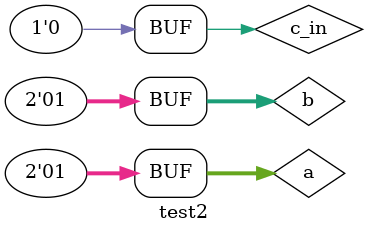
<source format=v>
`timescale 1ns / 1ps


module test2;

	// Inputs
	reg [1:0] a;
	reg [1:0] b;
	reg c_in;

	// Outputs
	wire [1:0] s;
	wire g_out;
	wire p_out;

	// Instantiate the Unit Under Test (UUT)
	cla_2 uut (
		.a(a), 
		.b(b), 
		.c_in(c_in), 
		.s(s), 
		.g_out(g_out), 
		.p_out(p_out)
	);

	initial begin
	
		a = 2'b10;
		b = 2'b11;
		c_in = 0;

		// Wait 100 ns for global reset to finish
		#100;
		
		a = 2'b01;
		b = 2'b01;
      c_in = 0;
		
		#100;
	end
      
endmodule


</source>
